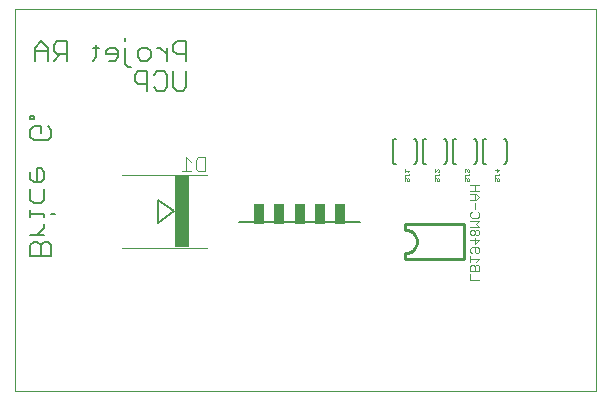
<source format=gbo>
G75*
%MOIN*%
%OFA0B0*%
%FSLAX24Y24*%
%IPPOS*%
%LPD*%
%AMOC8*
5,1,8,0,0,1.08239X$1,22.5*
%
%ADD10C,0.0000*%
%ADD11C,0.0060*%
%ADD12C,0.0100*%
%ADD13C,0.0030*%
%ADD14C,0.0080*%
%ADD15R,0.0380X0.0660*%
%ADD16C,0.0040*%
%ADD17R,0.0492X0.2441*%
%ADD18C,0.0010*%
D10*
X000680Y000680D02*
X000680Y013426D01*
X020050Y013426D01*
X020050Y000680D01*
X000680Y000680D01*
D11*
X001210Y005210D02*
X001210Y005560D01*
X001327Y005677D01*
X001444Y005677D01*
X001560Y005560D01*
X001560Y005210D01*
X001210Y005210D02*
X001911Y005210D01*
X001911Y005560D01*
X001794Y005677D01*
X001677Y005677D01*
X001560Y005560D01*
X001444Y005910D02*
X001677Y006143D01*
X001677Y006260D01*
X001677Y006493D02*
X001677Y006610D01*
X001210Y006610D01*
X001210Y006726D02*
X001210Y006493D01*
X001327Y006959D02*
X001210Y007076D01*
X001210Y007427D01*
X001327Y007659D02*
X001560Y007659D01*
X001677Y007776D01*
X001677Y008010D01*
X001560Y008126D01*
X001444Y008126D01*
X001444Y007659D01*
X001327Y007659D02*
X001210Y007776D01*
X001210Y008010D01*
X001677Y007427D02*
X001677Y007076D01*
X001560Y006959D01*
X001327Y006959D01*
X001911Y006610D02*
X002027Y006610D01*
X001677Y005910D02*
X001210Y005910D01*
X001327Y009059D02*
X001210Y009176D01*
X001210Y009409D01*
X001327Y009526D01*
X001560Y009526D01*
X001560Y009292D01*
X001794Y009526D02*
X001911Y009409D01*
X001911Y009176D01*
X001794Y009059D01*
X001327Y009059D01*
X001327Y009759D02*
X001210Y009759D01*
X001210Y009875D01*
X001327Y009875D01*
X001327Y009759D01*
X001354Y011710D02*
X001354Y012137D01*
X001567Y012351D01*
X001781Y012137D01*
X001781Y011710D01*
X001998Y011710D02*
X002212Y011924D01*
X002105Y011924D02*
X002425Y011924D01*
X002105Y011924D02*
X001998Y012030D01*
X001998Y012244D01*
X002105Y012351D01*
X002425Y012351D01*
X002425Y011710D01*
X001781Y012030D02*
X001354Y012030D01*
X003286Y012137D02*
X003500Y012137D01*
X003393Y012244D02*
X003393Y011817D01*
X003286Y011710D01*
X003717Y011924D02*
X004144Y011924D01*
X004144Y012030D02*
X004037Y012137D01*
X003824Y012137D01*
X003717Y012030D01*
X003717Y011924D01*
X003824Y011710D02*
X004037Y011710D01*
X004144Y011817D01*
X004144Y012030D01*
X004360Y012137D02*
X004360Y011603D01*
X004467Y011496D01*
X004574Y011496D01*
X004791Y011351D02*
X004684Y011244D01*
X004684Y011030D01*
X004791Y010924D01*
X005111Y010924D01*
X005111Y010710D02*
X005111Y011351D01*
X004791Y011351D01*
X004898Y011710D02*
X004791Y011817D01*
X004791Y012030D01*
X004898Y012137D01*
X005112Y012137D01*
X005218Y012030D01*
X005218Y011817D01*
X005112Y011710D01*
X004898Y011710D01*
X005328Y011244D02*
X005435Y011351D01*
X005649Y011351D01*
X005755Y011244D01*
X005755Y010817D01*
X005649Y010710D01*
X005435Y010710D01*
X005328Y010817D01*
X005973Y010817D02*
X005973Y011351D01*
X006400Y011351D02*
X006400Y010817D01*
X006293Y010710D01*
X006080Y010710D01*
X005973Y010817D01*
X005755Y011710D02*
X005755Y012137D01*
X005755Y011924D02*
X005542Y012137D01*
X005435Y012137D01*
X005973Y012030D02*
X006080Y011924D01*
X006400Y011924D01*
X006400Y011710D02*
X006400Y012351D01*
X006080Y012351D01*
X005973Y012244D01*
X005973Y012030D01*
X004360Y012351D02*
X004360Y012457D01*
D12*
X013696Y006271D02*
X015664Y006271D01*
X015664Y005089D01*
X013696Y005089D01*
X013696Y005286D01*
X013735Y005288D01*
X013773Y005294D01*
X013810Y005303D01*
X013847Y005316D01*
X013882Y005333D01*
X013915Y005352D01*
X013946Y005375D01*
X013975Y005401D01*
X014001Y005430D01*
X014024Y005461D01*
X014043Y005494D01*
X014060Y005529D01*
X014073Y005566D01*
X014082Y005603D01*
X014088Y005641D01*
X014090Y005680D01*
X014088Y005719D01*
X014082Y005757D01*
X014073Y005794D01*
X014060Y005831D01*
X014043Y005866D01*
X014024Y005899D01*
X014001Y005930D01*
X013975Y005959D01*
X013946Y005985D01*
X013915Y006008D01*
X013882Y006027D01*
X013847Y006044D01*
X013810Y006057D01*
X013773Y006066D01*
X013735Y006072D01*
X013696Y006074D01*
X013696Y006271D01*
D13*
X015876Y006176D02*
X016166Y006176D01*
X016070Y006272D01*
X016166Y006369D01*
X015876Y006369D01*
X015924Y006470D02*
X015876Y006519D01*
X015876Y006615D01*
X015924Y006664D01*
X016021Y006765D02*
X016021Y006958D01*
X016021Y007059D02*
X016021Y007253D01*
X016070Y007253D02*
X015876Y007253D01*
X015876Y007354D02*
X016166Y007354D01*
X016070Y007253D02*
X016166Y007156D01*
X016070Y007059D01*
X015876Y007059D01*
X016118Y006664D02*
X016166Y006615D01*
X016166Y006519D01*
X016118Y006470D01*
X015924Y006470D01*
X015924Y006074D02*
X015876Y006026D01*
X015876Y005929D01*
X015924Y005881D01*
X015973Y005881D01*
X016021Y005929D01*
X016021Y006026D01*
X015973Y006074D01*
X015924Y006074D01*
X016021Y006026D02*
X016070Y006074D01*
X016118Y006074D01*
X016166Y006026D01*
X016166Y005929D01*
X016118Y005881D01*
X016070Y005881D01*
X016021Y005929D01*
X016021Y005780D02*
X016021Y005586D01*
X016166Y005731D01*
X015876Y005731D01*
X015924Y005485D02*
X016118Y005485D01*
X016166Y005437D01*
X016166Y005340D01*
X016118Y005292D01*
X016070Y005292D01*
X016021Y005340D01*
X016021Y005485D01*
X015924Y005485D02*
X015876Y005437D01*
X015876Y005340D01*
X015924Y005292D01*
X015876Y005190D02*
X015876Y004997D01*
X015876Y005094D02*
X016166Y005094D01*
X016070Y004997D01*
X016070Y004896D02*
X016021Y004847D01*
X016021Y004702D01*
X015876Y004702D02*
X015876Y004847D01*
X015924Y004896D01*
X015973Y004896D01*
X016021Y004847D01*
X016070Y004896D02*
X016118Y004896D01*
X016166Y004847D01*
X016166Y004702D01*
X015876Y004702D01*
X015876Y004601D02*
X015876Y004408D01*
X016166Y004408D01*
X016021Y007354D02*
X016021Y007548D01*
X016166Y007548D02*
X015876Y007548D01*
D14*
X015980Y008255D02*
X015997Y008257D01*
X016014Y008261D01*
X016030Y008268D01*
X016044Y008278D01*
X016057Y008291D01*
X016067Y008305D01*
X016074Y008321D01*
X016078Y008338D01*
X016080Y008355D01*
X016080Y009005D01*
X016078Y009022D01*
X016074Y009039D01*
X016067Y009055D01*
X016057Y009069D01*
X016044Y009082D01*
X016030Y009092D01*
X016014Y009099D01*
X015997Y009103D01*
X015980Y009105D01*
X016280Y009005D02*
X016280Y008355D01*
X016282Y008338D01*
X016286Y008321D01*
X016293Y008305D01*
X016303Y008291D01*
X016316Y008278D01*
X016330Y008268D01*
X016346Y008261D01*
X016363Y008257D01*
X016380Y008255D01*
X016980Y008255D02*
X016997Y008257D01*
X017014Y008261D01*
X017030Y008268D01*
X017044Y008278D01*
X017057Y008291D01*
X017067Y008305D01*
X017074Y008321D01*
X017078Y008338D01*
X017080Y008355D01*
X017080Y009005D01*
X017078Y009022D01*
X017074Y009039D01*
X017067Y009055D01*
X017057Y009069D01*
X017044Y009082D01*
X017030Y009092D01*
X017014Y009099D01*
X016997Y009103D01*
X016980Y009105D01*
X016380Y009105D02*
X016363Y009103D01*
X016346Y009099D01*
X016330Y009092D01*
X016316Y009082D01*
X016303Y009069D01*
X016293Y009055D01*
X016286Y009039D01*
X016282Y009022D01*
X016280Y009005D01*
X015380Y009105D02*
X015363Y009103D01*
X015346Y009099D01*
X015330Y009092D01*
X015316Y009082D01*
X015303Y009069D01*
X015293Y009055D01*
X015286Y009039D01*
X015282Y009022D01*
X015280Y009005D01*
X015280Y008355D01*
X015282Y008338D01*
X015286Y008321D01*
X015293Y008305D01*
X015303Y008291D01*
X015316Y008278D01*
X015330Y008268D01*
X015346Y008261D01*
X015363Y008257D01*
X015380Y008255D01*
X015080Y008355D02*
X015080Y009005D01*
X015078Y009022D01*
X015074Y009039D01*
X015067Y009055D01*
X015057Y009069D01*
X015044Y009082D01*
X015030Y009092D01*
X015014Y009099D01*
X014997Y009103D01*
X014980Y009105D01*
X014380Y009105D02*
X014363Y009103D01*
X014346Y009099D01*
X014330Y009092D01*
X014316Y009082D01*
X014303Y009069D01*
X014293Y009055D01*
X014286Y009039D01*
X014282Y009022D01*
X014280Y009005D01*
X014280Y008355D01*
X014282Y008338D01*
X014286Y008321D01*
X014293Y008305D01*
X014303Y008291D01*
X014316Y008278D01*
X014330Y008268D01*
X014346Y008261D01*
X014363Y008257D01*
X014380Y008255D01*
X014080Y008355D02*
X014080Y009005D01*
X014078Y009022D01*
X014074Y009039D01*
X014067Y009055D01*
X014057Y009069D01*
X014044Y009082D01*
X014030Y009092D01*
X014014Y009099D01*
X013997Y009103D01*
X013980Y009105D01*
X013380Y009105D02*
X013363Y009103D01*
X013346Y009099D01*
X013330Y009092D01*
X013316Y009082D01*
X013303Y009069D01*
X013293Y009055D01*
X013286Y009039D01*
X013282Y009022D01*
X013280Y009005D01*
X013280Y008355D01*
X013282Y008338D01*
X013286Y008321D01*
X013293Y008305D01*
X013303Y008291D01*
X013316Y008278D01*
X013330Y008268D01*
X013346Y008261D01*
X013363Y008257D01*
X013380Y008255D01*
X013980Y008255D02*
X013997Y008257D01*
X014014Y008261D01*
X014030Y008268D01*
X014044Y008278D01*
X014057Y008291D01*
X014067Y008305D01*
X014074Y008321D01*
X014078Y008338D01*
X014080Y008355D01*
X014980Y008255D02*
X014997Y008257D01*
X015014Y008261D01*
X015030Y008268D01*
X015044Y008278D01*
X015057Y008291D01*
X015067Y008305D01*
X015074Y008321D01*
X015078Y008338D01*
X015080Y008355D01*
X012186Y006314D02*
X008174Y006314D01*
X006007Y006680D02*
X005466Y006286D01*
X005466Y007074D01*
X006007Y006680D01*
D15*
X008840Y006610D03*
X009510Y006610D03*
X010180Y006610D03*
X010850Y006610D03*
X011520Y006610D03*
D16*
X007082Y005458D02*
X004278Y005458D01*
X004278Y007902D02*
X007082Y007902D01*
X007022Y008022D02*
X006792Y008022D01*
X006715Y008099D01*
X006715Y008406D01*
X006792Y008483D01*
X007022Y008483D01*
X007022Y008022D01*
X006561Y008022D02*
X006254Y008022D01*
X006408Y008022D02*
X006408Y008483D01*
X006561Y008329D01*
D17*
X006261Y006680D03*
D18*
X013685Y007710D02*
X013710Y007685D01*
X013685Y007710D02*
X013685Y007760D01*
X013710Y007785D01*
X013735Y007785D01*
X013760Y007760D01*
X013760Y007710D01*
X013785Y007685D01*
X013810Y007685D01*
X013835Y007710D01*
X013835Y007760D01*
X013810Y007785D01*
X013835Y007882D02*
X013835Y007932D01*
X013835Y007907D02*
X013710Y007907D01*
X013685Y007882D01*
X013685Y007857D01*
X013710Y007832D01*
X013685Y007980D02*
X013685Y008080D01*
X013685Y008030D02*
X013835Y008030D01*
X013785Y007980D01*
X014685Y007980D02*
X014785Y008080D01*
X014810Y008080D01*
X014835Y008055D01*
X014835Y008005D01*
X014810Y007980D01*
X014835Y007932D02*
X014835Y007882D01*
X014835Y007907D02*
X014710Y007907D01*
X014685Y007882D01*
X014685Y007857D01*
X014710Y007832D01*
X014710Y007785D02*
X014685Y007760D01*
X014685Y007710D01*
X014710Y007685D01*
X014760Y007710D02*
X014760Y007760D01*
X014735Y007785D01*
X014710Y007785D01*
X014760Y007710D02*
X014785Y007685D01*
X014810Y007685D01*
X014835Y007710D01*
X014835Y007760D01*
X014810Y007785D01*
X014685Y007980D02*
X014685Y008080D01*
X015685Y008055D02*
X015685Y008005D01*
X015710Y007980D01*
X015760Y008030D02*
X015760Y008055D01*
X015735Y008080D01*
X015710Y008080D01*
X015685Y008055D01*
X015760Y008055D02*
X015785Y008080D01*
X015810Y008080D01*
X015835Y008055D01*
X015835Y008005D01*
X015810Y007980D01*
X015835Y007932D02*
X015835Y007882D01*
X015835Y007907D02*
X015710Y007907D01*
X015685Y007882D01*
X015685Y007857D01*
X015710Y007832D01*
X015710Y007785D02*
X015685Y007760D01*
X015685Y007710D01*
X015710Y007685D01*
X015760Y007710D02*
X015760Y007760D01*
X015735Y007785D01*
X015710Y007785D01*
X015760Y007710D02*
X015785Y007685D01*
X015810Y007685D01*
X015835Y007710D01*
X015835Y007760D01*
X015810Y007785D01*
X016685Y007760D02*
X016685Y007710D01*
X016710Y007685D01*
X016760Y007710D02*
X016760Y007760D01*
X016735Y007785D01*
X016710Y007785D01*
X016685Y007760D01*
X016710Y007832D02*
X016685Y007857D01*
X016685Y007882D01*
X016710Y007907D01*
X016835Y007907D01*
X016835Y007882D02*
X016835Y007932D01*
X016760Y007980D02*
X016760Y008080D01*
X016685Y008055D02*
X016835Y008055D01*
X016760Y007980D01*
X016810Y007785D02*
X016835Y007760D01*
X016835Y007710D01*
X016810Y007685D01*
X016785Y007685D01*
X016760Y007710D01*
M02*

</source>
